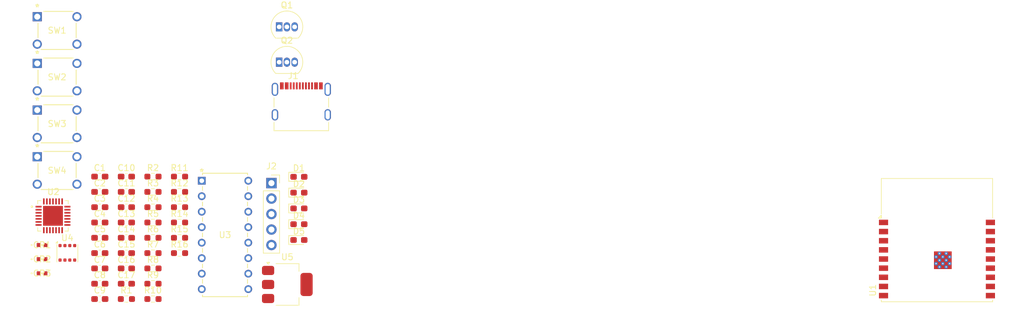
<source format=kicad_pcb>
(kicad_pcb (version 20241229) (generator "pcbnew") (generator_version "9.0")
  (layers (0 "F.Cu" signal) (2 "B.Cu" signal) (13 "F.Paste" user) (15 "B.Paste" user) (5 "F.SilkS" user "F.Silkscreen") (7 "B.SilkS" user "B.Silkscreen") (1 "F.Mask" user) (3 "B.Mask" user) (25 "Edge.Cuts" user))
  (net 0 "")
  (net 1 "GND")
  (net 2 "+3.3V")
  (net 3 "+5V")
  (net 4 "/EN")
  (net 5 "Net-(U2-VBUS)")
  (net 6 "/Tastknopf1")
  (net 7 "/Tastknopf2")
  (net 8 "/IO9")
  (net 9 "/USB_D+")
  (net 10 "/USB_D-")
  (net 11 "Net-(D1-K)")
  (net 12 "Net-(D1-A)")
  (net 13 "Net-(D2-A)")
  (net 14 "Net-(D2-K)")
  (net 15 "Net-(D3-K)")
  (net 16 "Net-(D3-A)")
  (net 17 "Net-(D4-K)")
  (net 18 "Net-(D5-K)")
  (net 21 "Net-(J1-CC1)")
  (net 22 "Net-(J1-CC2)")
  (net 23 "Net-(J2-Pin_4)")
  (net 24 "Net-(J2-Pin_5)")
  (net 25 "Net-(J2-Pin_3)")
  (net 26 "Net-(J2-Pin_2)")
  (net 27 "Net-(Q1-B)")
  (net 28 "/RTS")
  (net 29 "Net-(Q2-B)")
  (net 30 "/DTR")
  (net 31 "Net-(U2-~{RST})")
  (net 32 "Net-(U2-~{SUSPEND})")
  (net 33 "/SCK")
  (net 34 "/SDI")
  (net 35 "/motor3")
  (net 36 "/motor1")
  (net 37 "/RXD")
  (net 38 "/TXD")
  (net 40 "/motor4")
  (net 41 "/motor2")
  (footprint "Resistor_SMD:R_0603_1608Metric_Pad0.98x0.95mm_HandSolder" (layer "F.Cu") (at 47.88 41.15)
    (property "Reference" "R3" (at 0 -1.43 0) (layer "F.SilkS"))
    (property "Value" "22.1k")
    (fp_line (start -0.254724 -0.5225) (end 0.254724 -0.5225) (stroke (width 0.12)) (layer "F.SilkS"))
    (fp_line (start -0.254724 0.5225) (end 0.254724 0.5225) (stroke (width 0.12)) (layer "F.SilkS"))
    (pad "1" smd roundrect (at -0.9125 0) (size 0.975 0.95) (layers "F.Cu" "F.Mask" "F.Paste") (net 5 "Net-(U2-VBUS)"))
    (pad "2" smd roundrect (at 0.9125 0) (size 0.975 0.95) (layers "F.Cu" "F.Mask" "F.Paste") (net 3 "+5V"))
  )
  (footprint "Resistor_SMD:R_0603_1608Metric_Pad0.98x0.95mm_HandSolder" (layer "F.Cu") (at 52.23 38.64)
    (property "Reference" "R11" (at 0 -1.43 0) (layer "F.SilkS"))
    (property "Value" "10k")
    (fp_line (start -0.254724 -0.5225) (end 0.254724 -0.5225) (stroke (width 0.12)) (layer "F.SilkS"))
    (fp_line (start -0.254724 0.5225) (end 0.254724 0.5225) (stroke (width 0.12)) (layer "F.SilkS"))
    (pad "1" smd roundrect (at -0.9125 0) (size 0.975 0.95) (layers "F.Cu" "F.Mask" "F.Paste") (net 27 "Net-(Q1-B)"))
    (pad "2" smd roundrect (at 0.9125 0) (size 0.975 0.95) (layers "F.Cu" "F.Mask" "F.Paste") (net 30 "/DTR"))
  )
  (footprint "Resistor_SMD:R_0603_1608Metric_Pad0.98x0.95mm_HandSolder" (layer "F.Cu") (at 47.88 48.68)
    (property "Reference" "R6" (at 0 -1.43 0) (layer "F.SilkS"))
    (property "Value" "5.1k")
    (fp_line (start -0.254724 -0.5225) (end 0.254724 -0.5225) (stroke (width 0.12)) (layer "F.SilkS"))
    (fp_line (start -0.254724 0.5225) (end 0.254724 0.5225) (stroke (width 0.12)) (layer "F.SilkS"))
    (pad "1" smd roundrect (at -0.9125 0) (size 0.975 0.95) (layers "F.Cu" "F.Mask" "F.Paste") (net 1 "GND"))
    (pad "2" smd roundrect (at 0.9125 0) (size 0.975 0.95) (layers "F.Cu" "F.Mask" "F.Paste") (net 22 "Net-(J1-CC2)"))
  )
  (footprint "Resistor_SMD:R_0603_1608Metric_Pad0.98x0.95mm_HandSolder" (layer "F.Cu") (at 47.88 51.19)
    (property "Reference" "R7" (at 0 -1.43 0) (layer "F.SilkS"))
    (property "Value" "10k")
    (fp_line (start -0.254724 -0.5225) (end 0.254724 -0.5225) (stroke (width 0.12)) (layer "F.SilkS"))
    (fp_line (start -0.254724 0.5225) (end 0.254724 0.5225) (stroke (width 0.12)) (layer "F.SilkS"))
    (pad "1" smd roundrect (at -0.9125 0) (size 0.975 0.95) (layers "F.Cu" "F.Mask" "F.Paste") (net 1 "GND"))
    (pad "2" smd roundrect (at 0.9125 0) (size 0.975 0.95) (layers "F.Cu" "F.Mask" "F.Paste") (net 32 "Net-(U2-~{SUSPEND})"))
  )
  (footprint "Capacitor_SMD:C_0603_1608Metric_Pad1.08x0.95mm_HandSolder" (layer "F.Cu") (at 39.18 38.64)
    (property "Reference" "C1" (at 0 -1.43 0) (layer "F.SilkS"))
    (property "Value" "10uF")
    (fp_line (start -0.146267 -0.51) (end 0.146267 -0.51) (stroke (width 0.12)) (layer "F.SilkS"))
    (fp_line (start -0.146267 0.51) (end 0.146267 0.51) (stroke (width 0.12)) (layer "F.SilkS"))
    (pad "1" smd roundrect (at -0.8625 0) (size 1.075 0.95) (layers "F.Cu" "F.Mask" "F.Paste") (net 2 "+3.3V"))
    (pad "2" smd roundrect (at 0.8625 0) (size 1.075 0.95) (layers "F.Cu" "F.Mask" "F.Paste") (net 1 "GND"))
  )
  (footprint "Home_Sensor_foot_lib:SW4_1825910-B_TEC" (layer "F.Cu") (at 35.4345 32.2326)
    (property "Reference" "SW3" (at -3.25 -2.250001 0) (layer "F.SilkS"))
    (property "Value" "SW_Push")
    (fp_line (start -6.3742 -3.417961) (end -6.3742 -1.074702) (stroke (width 0.1524)) (layer "F.SilkS"))
    (fp_line (start -5.86236 0.874199) (end -0.63764 0.874199) (stroke (width 0.1524)) (layer "F.SilkS"))
    (fp_line (start -0.63764 -5.374201) (end -5.442292 -5.374201) (stroke (width 0.1524)) (layer "F.SilkS"))
    (fp_line (start -0.1258 -1.074702) (end -0.1258 -3.425299) (stroke (width 0.1524)) (layer "F.SilkS"))
    (fp_text user "*" (at -6.5 -6.011301 0) (layer "F.SilkS"))
    (fp_text user "*" (at -6.5 -6.011301 0) (layer "F.SilkS"))
    (pad "1" thru_hole rect (at -6.500001 -4.500001) (size 1.4986 1.4986) (drill 0.9906) (layers "*.Cu" "*.Mask") (net 1 "GND"))
    (pad "2" thru_hole circle (at 0 -4.500001) (size 1.4986 1.4986) (drill 0.9906) (layers "*.Cu" "*.Mask") (net 4 "/EN"))
    (pad "3" thru_hole circle (at -6.500001 0) (size 1.4986 1.4986) (drill 0.9906) (layers "*.Cu" "*.Mask"))
    (pad "4" thru_hole circle (at 0 0) (size 1.4986 1.4986) (drill 0.9906) (layers "*.Cu" "*.Mask"))
  )
  (footprint "Resistor_SMD:R_0603_1608Metric_Pad0.98x0.95mm_HandSolder" (layer "F.Cu") (at 52.23 51.19)
    (property "Reference" "R16" (at 0 -1.43 0) (layer "F.SilkS"))
    (property "Value" "1k")
    (fp_line (start -0.254724 -0.5225) (end 0.254724 -0.5225) (stroke (width 0.12)) (layer "F.SilkS"))
    (fp_line (start -0.254724 0.5225) (end 0.254724 0.5225) (stroke (width 0.12)) (layer "F.SilkS"))
    (pad "1" smd roundrect (at -0.9125 0) (size 0.975 0.95) (layers "F.Cu" "F.Mask" "F.Paste") (net 17 "Net-(D4-K)"))
    (pad "2" smd roundrect (at 0.9125 0) (size 0.975 0.95) (layers "F.Cu" "F.Mask" "F.Paste") (net 1 "GND"))
  )
  (footprint "LED_SMD:LED_0603_1608Metric_Pad1.05x0.95mm_HandSolder" (layer "F.Cu") (at 71.775 38.68)
    (property "Reference" "D1" (at 0 -1.43 0) (layer "F.SilkS"))
    (property "Value" "LED")
    (fp_line (start -1.66 -0.735) (end -1.66 0.735) (stroke (width 0.12)) (layer "F.SilkS"))
    (fp_line (start -1.66 0.735) (end 0.8 0.735) (stroke (width 0.12)) (layer "F.SilkS"))
    (fp_line (start 0.8 -0.735) (end -1.66 -0.735) (stroke (width 0.12)) (layer "F.SilkS"))
    (pad "1" smd roundrect (at -0.875 0) (size 1.05 0.95) (layers "F.Cu" "F.Mask" "F.Paste") (net 11 "Net-(D1-K)"))
    (pad "2" smd roundrect (at 0.875 0) (size 1.05 0.95) (layers "F.Cu" "F.Mask" "F.Paste") (net 12 "Net-(D1-A)"))
  )
  (footprint "Resistor_SMD:R_0603_1608Metric_Pad0.98x0.95mm_HandSolder" (layer "F.Cu") (at 52.23 43.66)
    (property "Reference" "R13" (at 0 -1.43 0) (layer "F.SilkS"))
    (property "Value" "10k")
    (fp_line (start -0.254724 -0.5225) (end 0.254724 -0.5225) (stroke (width 0.12)) (layer "F.SilkS"))
    (fp_line (start -0.254724 0.5225) (end 0.254724 0.5225) (stroke (width 0.12)) (layer "F.SilkS"))
    (pad "1" smd roundrect (at -0.9125 0) (size 0.975 0.95) (layers "F.Cu" "F.Mask" "F.Paste") (net 28 "/RTS"))
    (pad "2" smd roundrect (at 0.9125 0) (size 0.975 0.95) (layers "F.Cu" "F.Mask" "F.Paste") (net 29 "Net-(Q2-B)"))
  )
  (footprint "Connector_PinSocket_2.54mm:PinSocket_1x05_P2.54mm_Vertical" (layer "F.Cu") (at 67.28 39.71)
    (property "Reference" "J2" (at 0 -2.77 0) (layer "F.SilkS"))
    (property "Value" "Conn_01x05_Socket")
    (fp_line (start -1.33 1.27) (end -1.33 11.49) (stroke (width 0.12)) (layer "F.SilkS"))
    (fp_line (start -1.33 1.27) (end 1.33 1.27) (stroke (width 0.12)) (layer "F.SilkS"))
    (fp_line (start -1.33 11.49) (end 1.33 11.49) (stroke (width 0.12)) (layer "F.SilkS"))
    (fp_line (start 0 -1.33) (end 1.33 -1.33) (stroke (width 0.12)) (layer "F.SilkS"))
    (fp_line (start 1.33 -1.33) (end 1.33 0) (stroke (width 0.12)) (layer "F.SilkS"))
    (fp_line (start 1.33 1.27) (end 1.33 11.49) (stroke (width 0.12)) (layer "F.SilkS"))
    (pad "1" thru_hole rect (at 0 0) (size 1.7 1.7) (drill 1) (layers "*.Cu" "*.Mask") (net 3 "+5V"))
    (pad "2" thru_hole circle (at 0 2.54) (size 1.7 1.7) (drill 1) (layers "*.Cu" "*.Mask") (net 26 "Net-(J2-Pin_2)"))
    (pad "3" thru_hole circle (at 0 5.08) (size 1.7 1.7) (drill 1) (layers "*.Cu" "*.Mask") (net 25 "Net-(J2-Pin_3)"))
    (pad "4" thru_hole circle (at 0 7.62) (size 1.7 1.7) (drill 1) (layers "*.Cu" "*.Mask") (net 23 "Net-(J2-Pin_4)"))
    (pad "5" thru_hole circle (at 0 10.16) (size 1.7 1.7) (drill 1) (layers "*.Cu" "*.Mask") (net 24 "Net-(J2-Pin_5)"))
  )
  (footprint "LED_SMD:LED_0603_1608Metric_Pad1.05x0.95mm_HandSolder" (layer "F.Cu") (at 71.775 43.86)
    (property "Reference" "D3" (at 0 -1.43 0) (layer "F.SilkS"))
    (property "Value" "LED")
    (fp_line (start -1.66 -0.735) (end -1.66 0.735) (stroke (width 0.12)) (layer "F.SilkS"))
    (fp_line (start -1.66 0.735) (end 0.8 0.735) (stroke (width 0.12)) (layer "F.SilkS"))
    (fp_line (start 0.8 -0.735) (end -1.66 -0.735) (stroke (width 0.12)) (layer "F.SilkS"))
    (pad "1" smd roundrect (at -0.875 0) (size 1.05 0.95) (layers "F.Cu" "F.Mask" "F.Paste") (net 15 "Net-(D3-K)"))
    (pad "2" smd roundrect (at 0.875 0) (size 1.05 0.95) (layers "F.Cu" "F.Mask" "F.Paste") (net 16 "Net-(D3-A)"))
  )
  (footprint "Package_LGA:Bosch_LGA-8_3x3mm_P0.8mm_ClockwisePinNumbering" (layer "F.Cu") (at 33.865 51.145)
    (property "Reference" "U4" (at 0 -2.45 0) (layer "F.SilkS"))
    (property "Value" "BME680")
    (fp_line (start -1.71 -1.36) (end -1.71 1.5) (stroke (width 0.12)) (layer "F.SilkS"))
    (fp_line (start 1.71 -1.36) (end 1.71 1.5) (stroke (width 0.12)) (layer "F.SilkS"))
    (fp_poly (pts (xy -1.6 -1.6) (xy -1.88 -1.6) (xy -1.6 -1.88)) (stroke (width 0.12)) (fill yes) (layer "F.SilkS"))
    (pad "1" smd roundrect (at -1.2 -1.1875) (size 0.5 0.525) (layers "F.Cu" "F.Mask" "F.Paste") (net 1 "GND"))
    (pad "2" smd roundrect (at -0.4 -1.1875) (size 0.5 0.525) (layers "F.Cu" "F.Mask" "F.Paste") (net 2 "+3.3V"))
    (pad "3" smd roundrect (at 0.4 -1.1875) (size 0.5 0.525) (layers "F.Cu" "F.Mask" "F.Paste") (net 34 "/SDI"))
    (pad "4" smd roundrect (at 1.2 -1.1875) (size 0.5 0.525) (layers "F.Cu" "F.Mask" "F.Paste") (net 33 "/SCK"))
    (pad "5" smd roundrect (at 1.2 1.1875) (size 0.5 0.525) (layers "F.Cu" "F.Mask" "F.Paste") (net 1 "GND"))
    (pad "6" smd roundrect (at 0.4 1.1875) (size 0.5 0.525) (layers "F.Cu" "F.Mask" "F.Paste") (net 2 "+3.3V"))
    (pad "7" smd roundrect (at -0.4 1.1875) (size 0.5 0.525) (layers "F.Cu" "F.Mask" "F.Paste") (net 1 "GND"))
    (pad "8" smd roundrect (at -1.2 1.1875) (size 0.5 0.525) (layers "F.Cu" "F.Mask" "F.Paste") (net 2 "+3.3V"))
  )
  (footprint "Resistor_SMD:R_0603_1608Metric_Pad0.98x0.95mm_HandSolder" (layer "F.Cu") (at 47.88 53.7)
    (property "Reference" "R8" (at 0 -1.43 0) (layer "F.SilkS"))
    (property "Value" "330")
    (fp_line (start -0.254724 -0.5225) (end 0.254724 -0.5225) (stroke (width 0.12)) (layer "F.SilkS"))
    (fp_line (start -0.254724 0.5225) (end 0.254724 0.5225) (stroke (width 0.12)) (layer "F.SilkS"))
    (pad "1" smd roundrect (at -0.9125 0) (size 0.975 0.95) (layers "F.Cu" "F.Mask" "F.Paste") (net 11 "Net-(D1-K)"))
    (pad "2" smd roundrect (at 0.9125 0) (size 0.975 0.95) (layers "F.Cu" "F.Mask" "F.Paste") (net 1 "GND"))
  )
  (footprint "Resistor_SMD:R_0603_1608Metric_Pad0.98x0.95mm_HandSolder" (layer "F.Cu") (at 52.23 41.15)
    (property "Reference" "R12" (at 0 -1.43 0) (layer "F.SilkS"))
    (property "Value" "4.7k")
    (fp_line (start -0.254724 -0.5225) (end 0.254724 -0.5225) (stroke (width 0.12)) (layer "F.SilkS"))
    (fp_line (start -0.254724 0.5225) (end 0.254724 0.5225) (stroke (width 0.12)) (layer "F.SilkS"))
    (pad "1" smd roundrect (at -0.9125 0) (size 0.975 0.95) (layers "F.Cu" "F.Mask" "F.Paste") (net 33 "/SCK"))
    (pad "2" smd roundrect (at 0.9125 0) (size 0.975 0.95) (layers "F.Cu" "F.Mask" "F.Paste") (net 2 "+3.3V"))
  )
  (footprint "Capacitor_SMD:C_0603_1608Metric_Pad1.08x0.95mm_HandSolder" (layer "F.Cu") (at 39.18 43.66)
    (property "Reference" "C3" (at 0 -1.43 0) (layer "F.SilkS"))
    (property "Value" "10uF")
    (fp_line (start -0.146267 -0.51) (end 0.146267 -0.51) (stroke (width 0.12)) (layer "F.SilkS"))
    (fp_line (start -0.146267 0.51) (end 0.146267 0.51) (stroke (width 0.12)) (layer "F.SilkS"))
    (pad "1" smd roundrect (at -0.8625 0) (size 1.075 0.95) (layers "F.Cu" "F.Mask" "F.Paste") (net 2 "+3.3V"))
    (pad "2" smd roundrect (at 0.8625 0) (size 1.075 0.95) (layers "F.Cu" "F.Mask" "F.Paste") (net 1 "GND"))
  )
  (footprint "Capacitor_SMD:C_0603_1608Metric_Pad1.08x0.95mm_HandSolder" (layer "F.Cu") (at 43.53 38.64)
    (property "Reference" "C10" (at 0 -1.43 0) (layer "F.SilkS"))
    (property "Value" "100nF")
    (fp_line (start -0.146267 -0.51) (end 0.146267 -0.51) (stroke (width 0.12)) (layer "F.SilkS"))
    (fp_line (start -0.146267 0.51) (end 0.146267 0.51) (stroke (width 0.12)) (layer "F.SilkS"))
    (pad "1" smd roundrect (at -0.8625 0) (size 1.075 0.95) (layers "F.Cu" "F.Mask" "F.Paste") (net 2 "+3.3V"))
    (pad "2" smd roundrect (at 0.8625 0) (size 1.075 0.95) (layers "F.Cu" "F.Mask" "F.Paste") (net 1 "GND"))
  )
  (footprint "Resistor_SMD:R_0603_1608Metric_Pad0.98x0.95mm_HandSolder" (layer "F.Cu") (at 47.88 58.72)
    (property "Reference" "R10" (at 0 -1.43 0) (layer "F.SilkS"))
    (property "Value" "330")
    (fp_line (start -0.254724 -0.5225) (end 0.254724 -0.5225) (stroke (width 0.12)) (layer "F.SilkS"))
    (fp_line (start -0.254724 0.5225) (end 0.254724 0.5225) (stroke (width 0.12)) (layer "F.SilkS"))
    (pad "1" smd roundrect (at -0.9125 0) (size 0.975 0.95) (layers "F.Cu" "F.Mask" "F.Paste") (net 15 "Net-(D3-K)"))
    (pad "2" smd roundrect (at 0.9125 0) (size 0.975 0.95) (layers "F.Cu" "F.Mask" "F.Paste") (net 1 "GND"))
  )
  (footprint "Home_Sensor_foot_lib:SW4_1825910-B_TEC" (layer "F.Cu") (at 35.4345 24.5778)
    (property "Reference" "SW2" (at -3.25 -2.250001 0) (layer "F.SilkS"))
    (property "Value" "SW_Push")
    (fp_line (start -6.3742 -3.417961) (end -6.3742 -1.074702) (stroke (width 0.1524)) (layer "F.SilkS"))
    (fp_line (start -5.86236 0.874199) (end -0.63764 0.874199) (stroke (width 0.1524)) (layer "F.SilkS"))
    (fp_line (start -0.63764 -5.374201) (end -5.442292 -5.374201) (stroke (width 0.1524)) (layer "F.SilkS"))
    (fp_line (start -0.1258 -1.074702) (end -0.1258 -3.425299) (stroke (width 0.1524)) (layer "F.SilkS"))
    (fp_text user "*" (at -6.5 -6.011301 0) (layer "F.SilkS"))
    (fp_text user "*" (at -6.5 -6.011301 0) (layer "F.SilkS"))
    (pad "1" thru_hole rect (at -6.500001 -4.500001) (size 1.4986 1.4986) (drill 0.9906) (layers "*.Cu" "*.Mask") (net 1 "GND"))
    (pad "2" thru_hole circle (at 0 -4.500001) (size 1.4986 1.4986) (drill 0.9906) (layers "*.Cu" "*.Mask") (net 7 "/Tastknopf2"))
    (pad "3" thru_hole circle (at -6.500001 0) (size 1.4986 1.4986) (drill 0.9906) (layers "*.Cu" "*.Mask"))
    (pad "4" thru_hole circle (at 0 0) (size 1.4986 1.4986) (drill 0.9906) (layers "*.Cu" "*.Mask"))
  )
  (footprint "Resistor_SMD:R_0603_1608Metric_Pad0.98x0.95mm_HandSolder" (layer "F.Cu") (at 47.88 43.66)
    (property "Reference" "R4" (at 0 -1.43 0) (layer "F.SilkS"))
    (property "Value" "47.5k")
    (fp_line (start -0.254724 -0.5225) (end 0.254724 -0.5225) (stroke (width 0.12)) (layer "F.SilkS"))
    (fp_line (start -0.254724 0.5225) (end 0.254724 0.5225) (stroke (width 0.12)) (layer "F.SilkS"))
    (pad "1" smd roundrect (at -0.9125 0) (size 0.975 0.95) (layers "F.Cu" "F.Mask" "F.Paste") (net 1 "GND"))
    (pad "2" smd roundrect (at 0.9125 0) (size 0.975 0.95) (layers "F.Cu" "F.Mask" "F.Paste") (net 5 "Net-(U2-VBUS)"))
  )
  (footprint "Package_TO_SOT_SMD:SOT-223-3_TabPin2" (layer "F.Cu") (at 69.88 56.335)
    (property "Reference" "U5" (at 0 -4.5 0) (layer "F.SilkS"))
    (property "Value" "AMS1117-3.3")
    (fp_line (start -1.85 -3.41) (end 1.91 -3.41) (stroke (width 0.12)) (layer "F.SilkS"))
    (fp_line (start -1.85 3.41) (end 1.91 3.41) (stroke (width 0.12)) (layer "F.SilkS"))
    (fp_line (start 1.91 -3.41) (end 1.91 -2.15) (stroke (width 0.12)) (layer "F.SilkS"))
    (fp_line (start 1.91 3.41) (end 1.91 2.15) (stroke (width 0.12)) (layer "F.SilkS"))
    (fp_poly (pts (xy -3.13 -3.31) (xy -3.37 -3.64) (xy -2.89 -3.64) (xy -3.13 -3.31)) (stroke (width 0.12)) (fill yes) (layer "F.SilkS"))
    (pad "1" smd roundrect (at -3.15 -2.3) (size 2 1.5) (layers "F.Cu" "F.Mask" "F.Paste") (net 1 "GND"))
    (pad "2" smd roundrect (at -3.15 0) (size 2 1.5) (layers "F.Cu" "F.Mask" "F.Paste") (net 2 "+3.3V"))
    (pad "2" smd roundrect (at 3.15 0) (size 2 3.8) (layers "F.Cu" "F.Mask" "F.Paste") (net 2 "+3.3V"))
    (pad "3" smd roundrect (at -3.15 2.3) (size 2 1.5) (layers "F.Cu" "F.Mask" "F.Paste") (net 3 "+5V"))
  )
  (footprint "LED_SMD:LED_0603_1608Metric_Pad1.05x0.95mm_HandSolder" (layer "F.Cu") (at 71.775 46.45)
    (property "Reference" "D4" (at 0 -1.43 0) (layer "F.SilkS"))
    (property "Value" "LED")
    (fp_line (start -1.66 -0.735) (end -1.66 0.735) (stroke (width 0.12)) (layer "F.SilkS"))
    (fp_line (start -1.66 0.735) (end 0.8 0.735) (stroke (width 0.12)) (layer "F.SilkS"))
    (fp_line (start 0.8 -0.735) (end -1.66 -0.735) (stroke (width 0.12)) (layer "F.SilkS"))
    (pad "1" smd roundrect (at -0.875 0) (size 1.05 0.95) (layers "F.Cu" "F.Mask" "F.Paste") (net 17 "Net-(D4-K)"))
    (pad "2" smd roundrect (at 0.875 0) (size 1.05 0.95) (layers "F.Cu" "F.Mask" "F.Paste") (net 3 "+5V"))
  )
  (footprint "LED_SMD:LED_0603_1608Metric_Pad1.05x0.95mm_HandSolder" (layer "F.Cu") (at 71.775 49.04)
    (property "Reference" "D5" (at 0 -1.43 0) (layer "F.SilkS"))
    (property "Value" "LED")
    (fp_line (start -1.66 -0.735) (end -1.66 0.735) (stroke (width 0.12)) (layer "F.SilkS"))
    (fp_line (start -1.66 0.735) (end 0.8 0.735) (stroke (width 0.12)) (layer "F.SilkS"))
    (fp_line (start 0.8 -0.735) (end -1.66 -0.735) (stroke (width 0.12)) (layer "F.SilkS"))
    (pad "1" smd roundrect (at -0.875 0) (size 1.05 0.95) (layers "F.Cu" "F.Mask" "F.Paste") (net 18 "Net-(D5-K)"))
    (pad "2" smd roundrect (at 0.875 0) (size 1.05 0.95) (layers "F.Cu" "F.Mask" "F.Paste") (net 2 "+3.3V"))
  )
  (footprint "Resistor_SMD:R_0603_1608Metric_Pad0.98x0.95mm_HandSolder" (layer "F.Cu") (at 47.88 38.64)
    (property "Reference" "R2" (at 0 -1.43 0) (layer "F.SilkS"))
    (property "Value" "5.1k")
    (fp_line (start -0.254724 -0.5225) (end 0.254724 -0.5225) (stroke (width 0.12)) (layer "F.SilkS"))
    (fp_line (start -0.254724 0.5225) (end 0.254724 0.5225) (stroke (width 0.12)) (layer "F.SilkS"))
    (pad "1" smd roundrect (at -0.9125 0) (size 0.975 0.95) (layers "F.Cu" "F.Mask" "F.Paste") (net 4 "/EN"))
    (pad "2" smd roundrect (at 0.9125 0) (size 0.975 0.95) (layers "F.Cu" "F.Mask" "F.Paste") (net 2 "+3.3V"))
  )
  (footprint "RF_Module:ESP32-C3-WROOM-02" (layer "F.Cu") (at 176.25 52.16)
    (property "Reference" "U1" (at -10.5 5.13 90) (layer "F.SilkS"))
    (property "Value" "ESP32-C3-WROOM-02")
    (fp_line (start -9.11 -13.21) (end -9.11 -7.4) (stroke (width 0.12)) (layer "F.SilkS"))
    (fp_line (start -9.11 -13.21) (end 9.11 -13.21) (stroke (width 0.12)) (layer "F.SilkS"))
    (fp_line (start -9.11 6.71) (end -9.11 7.01) (stroke (width 0.12)) (layer "F.SilkS"))
    (fp_line (start -9.11 7.01) (end 9.11 7.01) (stroke (width 0.12)) (layer "F.SilkS"))
    (fp_line (start 9.11 -13.21) (end 9.11 -6.71) (stroke (width 0.12)) (layer "F.SilkS"))
    (fp_line (start 9.11 6.71) (end 9.11 7.01) (stroke (width 0.12)) (layer "F.SilkS"))
    (fp_poly (pts (xy -9.1 -6.7) (xy -9.6 -6.7) (xy -9.1 -7.2) (xy -9.1 -6.7)) (stroke (width 0.12)) (fill yes) (layer "F.SilkS"))
    (pad "1" smd rect (at -8.75 -6) (size 1.5 0.9) (layers "F.Cu" "F.Mask" "F.Paste") (net 2 "+3.3V"))
    (pad "2" smd rect (at -8.75 -4.5) (size 1.5 0.9) (layers "F.Cu" "F.Mask" "F.Paste") (net 4 "/EN"))
    (pad "3" smd rect (at -8.75 -3) (size 1.5 0.9) (layers "F.Cu" "F.Mask" "F.Paste") (net 33 "/SCK"))
    (pad "4" smd rect (at -8.75 -1.5) (size 1.5 0.9) (layers "F.Cu" "F.Mask" "F.Paste") (net 34 "/SDI"))
    (pad "5" smd rect (at -8.75 0) (size 1.5 0.9) (layers "F.Cu" "F.Mask" "F.Paste") (net 12 "Net-(D1-A)"))
    (pad "6" smd rect (at -8.75 1.5) (size 1.5 0.9) (layers "F.Cu" "F.Mask" "F.Paste") (net 13 "Net-(D2-A)"))
    (pad "7" smd rect (at -8.75 3) (size 1.5 0.9) (layers "F.Cu" "F.Mask" "F.Paste") (net 16 "Net-(D3-A)"))
    (pad "8" smd rect (at -8.75 4.5) (size 1.5 0.9) (layers "F.Cu" "F.Mask" "F.Paste") (net 8 "/IO9"))
    (pad "9" smd rect (at -8.75 6) (size 1.5 0.9) (layers "F.Cu" "F.Mask" "F.Paste") (net 1 "GND"))
    (pad "10" smd rect (at 8.75 6) (size 1.5 0.9) (layers "F.Cu" "F.Mask" "F.Paste"))
    (pad "11" smd rect (at 8.75 4.5) (size 1.5 0.9) (layers "F.Cu" "F.Mask" "F.Paste") (net 38 "/TXD"))
    (pad "12" smd rect (at 8.75 3) (size 1.5 0.9) (layers "F.Cu" "F.Mask" "F.Paste") (net 37 "/RXD"))
    (pad "13" smd rect (at 8.75 1.5) (size 1.5 0.9) (layers "F.Cu" "F.Mask" "F.Paste") (net 6 "/Tastknopf1"))
    (pad "14" smd rect (at 8.75 0) (size 1.5 0.9) (layers "F.Cu" "F.Mask" "F.Paste") (net 7 "/Tastknopf2"))
    (pad "15" smd rect (at 8.75 -1.5) (size 1.5 0.9) (layers "F.Cu" "F.Mask" "F.Paste") (net 40 "/motor4"))
    (pad "16" smd rect (at 8.75 -3) (size 1.5 0.9) (layers "F.Cu" "F.Mask" "F.Paste") (net 35 "/motor3"))
    (pad "17" smd rect (at 8.75 -4.5) (size 1.5 0.9) (layers "F.Cu" "F.Mask" "F.Paste") (net 41 "/motor2"))
    (pad "18" smd rect (at 8.75 -6) (size 1.5 0.9) (layers "F.Cu" "F.Mask" "F.Paste") (net 36 "/motor1"))
    (pad "19" thru_hole circle (at -0.14 -0.35) (size 0.6 0.6) (drill 0.2) (property pad_prop_heatsink) (layers "*.Cu" "F.Mask") (net 1 "GND"))
    (pad "19" thru_hole circle (at -0.14 0.75) (size 0.6 0.6) (drill 0.2) (property pad_prop_heatsink) (layers "*.Cu" "F.Mask") (net 1 "GND"))
    (pad "19" thru_hole circle (at 0.41 -0.9) (size 0.6 0.6) (drill 0.2) (property pad_prop_heatsink) (layers "*.Cu" "F.Mask") (net 1 "GND"))
    (pad "19" thru_hole circle (at 0.41 0.2) (size 0.6 0.6) (drill 0.2) (property pad_prop_heatsink) (layers "*.Cu" "F.Mask") (net 1 "GND"))
    (pad "19" thru_hole circle (at 0.41 1.3) (size 0.6 0.6) (drill 0.2) (property pad_prop_heatsink) (layers "*.Cu" "F.Mask") (net 1 "GND"))
    (pad "19" thru_hole circle (at 0.96 -0.35) (size 0.6 0.6) (drill 0.2) (property pad_prop_heatsink) (layers "*.Cu" "F.Mask") (net 1 "GND"))
    (pad "19" smd rect (at 0.96 0.2) (size 2.9 2.9) (property pad_prop_heatsink) (layers "F.Cu" "F.Mask") (net 1 "GND"))
    (pad "19" thru_hole circle (at 0.96 0.75) (size 0.6 0.6) (drill 0.2) (property pad_prop_heatsink) (layers "*.Cu" "F.Mask") (net 1 "GND"))
    (pad "19" thru_hole circle (at 1.51 -0.9) (size 0.6 0.6) (drill 0.2) (property pad_prop_heatsink) (layers "*.Cu" "F.Mask") (net 1 "GND"))
    (pad "19" thru_hole circle (at 1.51 0.2) (size 0.6 0.6) (drill 0.2) (property pad_prop_heatsink) (layers "*.Cu" "F.Mask") (net 1 "GND"))
    (pad "19" thru_hole circle (at 1.51 1.3) (size 0.6 0.6) (drill 0.2) (property pad_prop_heatsink) (layers "*.Cu" "F.Mask") (net 1 "GND"))
    (pad "19" thru_hole circle (at 2.06 -0.35) (size 0.6 0.6) (drill 0.2) (property pad_prop_heatsink) (layers "*.Cu" "F.Mask") (net 1 "GND"))
    (pad "19" thru_hole circle (at 2.06 0.75) (size 0.6 0.6) (drill 0.2) (property pad_prop_heatsink) (layers "*.Cu" "F.Mask") (net 1 "GND"))
  )
  (footprint "Home_Sensor_foot_lib:AMPHENOL_10155435-00011LF" (layer "F.Cu") (at 72.175 28.51)
    (property "Reference" "J1" (at -1.325 -6.385 0) (layer "F.SilkS"))
    (property "Value" "USB_C_Receptacle_USB2.0_16P")
    (fp_line (start -4.47 -2.785) (end -4.47 -1.245) (stroke (width 0.127)) (layer "F.SilkS"))
    (fp_line (start -4.47 2.6) (end -4.47 1.245) (stroke (width 0.127)) (layer "F.SilkS"))
    (fp_line (start 4.47 -2.785) (end 4.47 -1.245) (stroke (width 0.127)) (layer "F.SilkS"))
    (fp_line (start 4.47 2.6) (end -4.47 2.6) (stroke (width 0.127)) (layer "F.SilkS"))
    (fp_line (start 4.47 2.6) (end 4.47 1.245) (stroke (width 0.127)) (layer "F.SilkS"))
    (pad "" np_thru_hole circle (at -2.89 -3.68) (size 0.65 0.65) (drill 0.65) (layers "*.Cu" "*.Mask"))
    (pad "" np_thru_hole circle (at 2.89 -3.68) (size 0.65 0.65) (drill 0.65) (layers "*.Cu" "*.Mask"))
    (pad "A1_B12" smd rect (at -3.2 -4.745) (size 0.6 1.15) (layers "F.Cu" "F.Mask" "F.Paste"))
    (pad "A4_B9" smd rect (at -2.4 -4.745) (size 0.6 1.15) (layers "F.Cu" "F.Mask" "F.Paste"))
    (pad "A5" smd rect (at -1.25 -4.745) (size 0.3 1.15) (layers "F.Cu" "F.Mask" "F.Paste") (net 21 "Net-(J1-CC1)"))
    (pad "A6" smd rect (at -0.25 -4.745) (size 0.3 1.15) (layers "F.Cu" "F.Mask" "F.Paste") (net 9 "/USB_D+"))
    (pad "A7" smd rect (at 0.25 -4.745) (size 0.3 1.15) (layers "F.Cu" "F.Mask" "F.Paste") (net 10 "/USB_D-"))
    (pad "A8" smd rect (at 1.25 -4.745) (size 0.3 1.15) (layers "F.Cu" "F.Mask" "F.Paste"))
    (pad "B1_A12" smd rect (at 3.2 -4.745) (size 0.6 1.15) (layers "F.Cu" "F.Mask" "F.Paste"))
    (pad "B4_A9" smd rect (at 2.4 -4.745) (size 0.6 1.15) (layers "F.Cu" "F.Mask" "F.Paste"))
    (pad "B5" smd rect (at 1.75 -4.745) (size 0.3 1.15) (layers "F.Cu" "F.Mask" "F.Paste") (net 22 "Net-(J1-CC2)"))
    (pad "B6" smd rect (at 0.75 -4.745) (size 0.3 1.15) (layers "F.Cu" "F.Mask" "F.Paste") (net 9 "/USB_D+"))
    (pad "B7" smd rect (at -0.75 -4.745) (size 0.3 1.15) (layers "F.Cu" "F.Mask" "F.Paste") (net 10 "/USB_D-"))
    (pad "B8" smd rect (at -1.75 -4.745) (size 0.3 1.15) (layers "F.Cu" "F.Mask" "F.Paste"))
    (pad "SH1" thru_hole oval (at -4.32 -4.18) (size 1.05 2.15) (drill oval 0.65 1.75) (layers "*.Cu" "*.Mask"))
    (pad "SH2" thru_hole oval (at 4.32 -4.18) (size 1.05 2.15) (drill oval 0.65 1.75) (layers "*.Cu" "*.Mask"))
    (pad "SH3" thru_hole oval (at -4.32 0) (size 1.05 1.85) (drill oval 0.65 1.45) (layers "*.Cu" "*.Mask"))
    (pad "SH4" thru_hole oval (at 4.32 0) (size 1.05 1.85) (drill oval 0.65 1.45) (layers "*.Cu" "*.Mask"))
  )
  (footprint "Home_Sensor_foot_lib:QFN50P500X500X80-29N" (layer "F.Cu") (at 31.51 45.075)
    (property "Reference" "U2" (at 0.07 -3.94 0) (layer "F.SilkS"))
    (property "Value" "CP2102N-Axx-xQFN28")
    (fp_line (start -2.5 -2.5) (end -1.955 -2.5) (stroke (width 0.127)) (layer "F.SilkS"))
    (fp_line (start -2.5 -1.955) (end -2.5 -2.5) (stroke (width 0.127)) (layer "F.SilkS"))
    (fp_line (start -2.5 2.5) (end -2.5 1.955) (stroke (width 0.127)) (layer "F.SilkS"))
    (fp_line (start -1.955 2.5) (end -2.5 2.5) (stroke (width 0.127)) (layer "F.SilkS"))
    (fp_line (start 1.955 -2.5) (end 2.5 -2.5) (stroke (width 0.127)) (layer "F.SilkS"))
    (fp_line (start 2.5 -2.5) (end 2.5 -1.955) (stroke (width 0.127)) (layer "F.SilkS"))
    (fp_line (start 2.5 2.5) (end 1.955 2.5) (stroke (width 0.127)) (layer "F.SilkS"))
    (fp_line (start 2.5 2.5) (end 2.5 1.955) (stroke (width 0.127)) (layer "F.SilkS"))
    (fp_circle (center -3.455 -1.5) (end -3.355 -1.5) (stroke (width 0.2)) (fill no) (layer "F.SilkS"))
    (pad "1" smd rect (at -2.36 -1.5) (size 0.99 0.27) (layers "F.Cu" "F.Mask" "F.Paste"))
    (pad "2" smd rect (at -2.36 -1) (size 0.99 0.27) (layers "F.Cu" "F.Mask" "F.Paste"))
    (pad "3" smd rect (at -2.36 -0.5) (size 0.99 0.27) (layers "F.Cu" "F.Mask" "F.Paste") (net 1 "GND"))
    (pad "4" smd rect (at -2.36 0) (size 0.99 0.27) (layers "F.Cu" "F.Mask" "F.Paste") (net 9 "/USB_D+"))
    (pad "5" smd rect (at -2.36 0.5) (size 0.99 0.27) (layers "F.Cu" "F.Mask" "F.Paste") (net 10 "/USB_D-"))
    (pad "6" smd rect (at -2.36 1) (size 0.99 0.27) (layers "F.Cu" "F.Mask" "F.Paste") (net 2 "+3.3V"))
    (pad "7" smd rect (at -2.36 1.5) (size 0.99 0.27) (layers "F.Cu" "F.Mask" "F.Paste") (net 2 "+3.3V"))
    (pad "8" smd rect (at -1.5 2.36) (size 0.27 0.99) (layers "F.Cu" "F.Mask" "F.Paste") (net 5 "Net-(U2-VBUS)"))
    (pad "9" smd rect (at -1 2.36) (size 0.27 0.99) (layers "F.Cu" "F.Mask" "F.Paste") (net 31 "Net-(U2-~{RST})"))
    (pad "10" smd rect (at -0.5 2.36) (size 0.27 0.99) (layers "F.Cu" "F.Mask" "F.Paste"))
    (pad "11" smd rect (at 0 2.36) (size 0.27 0.99) (layers "F.Cu" "F.Mask" "F.Paste") (net 32 "Net-(U2-~{SUSPEND})"))
    (pad "12" smd rect (at 0.5 2.36) (size 0.27 0.99) (layers "F.Cu" "F.Mask" "F.Paste"))
    (pad "13" smd rect (at 1 2.36) (size 0.27 0.99) (layers "F.Cu" "F.Mask" "F.Paste"))
    (pad "14" smd rect (at 1.5 2.36) (size 0.27 0.99) (layers "F.Cu" "F.Mask" "F.Paste"))
    (pad "15" smd rect (at 2.36 1.5) (size 0.99 0.27) (layers "F.Cu" "F.Mask" "F.Paste"))
    (pad "16" smd rect (at 2.36 1) (size 0.99 0.27) (layers "F.Cu" "F.Mask" "F.Paste"))
    (pad "17" smd rect (at 2.36 0.5) (size 0.99 0.27) (layers "F.Cu" "F.Mask" "F.Paste"))
    (pad "18" smd rect (at 2.36 0) (size 0.99 0.27) (layers "F.Cu" "F.Mask" "F.Paste"))
    (pad "19" smd rect (at 2.36 -0.5) (size 0.99 0.27) (layers "F.Cu" "F.Mask" "F.Paste"))
    (pad "20" smd rect (at 2.36 -1) (size 0.99 0.27) (layers "F.Cu" "F.Mask" "F.Paste"))
    (pad "21" smd rect (at 2.36 -1.5) (size 0.99 0.27) (layers "F.Cu" "F.Mask" "F.Paste"))
    (pad "22" smd rect (at 1.5 -2.36) (size 0.27 0.99) (layers "F.Cu" "F.Mask" "F.Paste"))
    (pad "23" smd rect (at 1 -2.36) (size 0.27 0.99) (layers "F.Cu" "F.Mask" "F.Paste"))
    (pad "24" smd rect (at 0.5 -2.36) (size 0.27 0.99) (layers "F.Cu" "F.Mask" "F.Paste") (net 28 "/RTS"))
    (pad "25" smd rect (at 0 -2.36) (size 0.27 0.99) (layers "F.Cu" "F.Mask" "F.Paste") (net 37 "/RXD"))
    (pad "26" smd rect (at -0.5 -2.36) (size 0.27 0.99) (layers "F.Cu" "F.Mask" "F.Paste") (net 38 "/TXD"))
    (pad "27" smd rect (at -1 -2.36) (size 0.27 0.99) (layers "F.Cu" "F.Mask" "F.Paste"))
    (pad "28" smd rect (at -1.5 -2.36) (size 0.27 0.99) (layers "F.Cu" "F.Mask" "F.Paste") (net 30 "/DTR"))
    (pad "29" smd rect (at 0 0) (size 3.25 3.25) (layers "F.Cu" "F.Mask") (net 1 "GND"))
  )
  (footprint "Package_TO_SOT_THT:TO-92_Inline" (layer "F.Cu") (at 68.54 14.09)
    (property "Reference" "Q1" (at 1.27 -3.56 0) (layer "F.SilkS"))
    (property "Value" "2N3904")
    (fp_line (start -0.53 1.85) (end 3.07 1.85) (stroke (width 0.12)) (layer "F.SilkS"))
    (fp_arc (start -0.568478 1.838478) (mid -1.132087 -0.994977) (end 1.27 -2.6) (stroke (width 0.12)) (layer "F.SilkS"))
    (fp_arc (start 1.27 -2.6) (mid 3.672087 -0.994977) (end 3.108478 1.838478) (stroke (width 0.12)) (layer "F.SilkS"))
    (pad "1" thru_hole rect (at 0 0) (size 1.05 1.5) (drill 0.75) (layers "*.Cu" "*.Mask") (net 28 "/RTS"))
    (pad "2" thru_hole oval (at 1.27 0) (size 1.05 1.5) (drill 0.75) (layers "*.Cu" "*.Mask") (net 27 "Net-(Q1-B)"))
    (pad "3" thru_hole oval (at 2.54 0) (size 1.05 1.5) (drill 0.75) (layers "*.Cu" "*.Mask") (net 4 "/EN"))
  )
  (footprint "Capacitor_SMD:C_0603_1608Metric_Pad1.08x0.95mm_HandSolder" (layer "F.Cu") (at 43.53 53.7)
    (property "Reference" "C16" (at 0 -1.43 0) (layer "F.SilkS"))
    (property "Value" "22uF")
    (fp_line (start -0.146267 -0.51) (end 0.146267 -0.51) (stroke (width 0.12)) (layer "F.SilkS"))
    (fp_line (start -0.146267 0.51) (end 0.146267 0.51) (stroke (width 0.12)) (layer "F.SilkS"))
    (pad "1" smd roundrect (at -0.8625 0) (size 1.075 0.95) (layers "F.Cu" "F.Mask" "F.Paste") (net 3 "+5V"))
    (pad "2" smd roundrect (at 0.8625 0) (size 1.075 0.95) (layers "F.Cu" "F.Mask" "F.Paste") (net 1 "GND"))
  )
  (footprint "Capacitor_SMD:C_0603_1608Metric_Pad1.08x0.95mm_HandSolder" (layer "F.Cu") (at 39.18 56.21)
    (property "Reference" "C8" (at 0 -1.43 0) (layer "F.SilkS"))
    (property "Value" "100nF")
    (fp_line (start -0.146267 -0.51) (end 0.146267 -0.51) (stroke (width 0.12)) (layer "F.SilkS"))
    (fp_line (start -0.146267 0.51) (end 0.146267 0.51) (stroke (width 0.12)) (layer "F.SilkS"))
    (pad "1" smd roundrect (at -0.8625 0) (size 1.075 0.95) (layers "F.Cu" "F.Mask" "F.Paste") (net 3 "+5V"))
    (pad "2" smd roundrect (at 0.8625 0) (size 1.075 0.95) (layers "F.Cu" "F.Mask" "F.Paste") (net 1 "GND"))
  )
  (footprint "Capacitor_SMD:C_0603_1608Metric_Pad1.08x0.95mm_HandSolder" (layer "F.Cu") (at 43.53 48.68)
    (property "Reference" "C14" (at 0 -1.43 0) (layer "F.SilkS"))
    (property "Value" "0.1uF")
    (fp_line (start -0.146267 -0.51) (end 0.146267 -0.51) (stroke (width 0.12)) (layer "F.SilkS"))
    (fp_line (start -0.146267 0.51) (end 0.146267 0.51) (stroke (width 0.12)) (layer "F.SilkS"))
    (pad "1" smd roundrect (at -0.8625 0) (size 1.075 0.95) (layers "F.Cu" "F.Mask" "F.Paste") (net 1 "GND"))
    (pad "2" smd roundrect (at 0.8625 0) (size 1.075 0.95) (layers "F.Cu" "F.Mask" "F.Paste") (net 4 "/EN"))
  )
  (footprint "Capacitor_SMD:C_0603_1608Metric_Pad1.08x0.95mm_HandSolder" (layer "F.Cu") (at 43.53 43.66)
    (property "Reference" "C12" (at 0 -1.43 0) (layer "F.SilkS"))
    (property "Value" "0.1uF")
    (fp_line (start -0.146267 -0.51) (end 0.146267 -0.51) (stroke (width 0.12)) (layer "F.SilkS"))
    (fp_line (start -0.146267 0.51) (end 0.146267 0.51) (stroke (width 0.12)) (layer "F.SilkS"))
    (pad "1" smd roundrect (at -0.8625 0) (size 1.075 0.95) (layers "F.Cu" "F.Mask" "F.Paste") (net 1 "GND"))
    (pad "2" smd roundrect (at 0.8625 0) (size 1.075 0.95) (layers "F.Cu" "F.Mask" "F.Paste") (net 6 "/Tastknopf1"))
  )
  (footprint "Resistor_SMD:R_0603_1608Metric_Pad0.98x0.95mm_HandSolder" (layer "F.Cu") (at 47.88 56.21)
    (property "Reference" "R9" (at 0 -1.43 0) (layer "F.SilkS"))
    (property "Value" "330")
    (fp_line (start -0.254724 -0.5225) (end 0.254724 -0.5225) (stroke (width 0.12)) (layer "F.SilkS"))
    (fp_line (start -0.254724 0.5225) (end 0.254724 0.5225) (stroke (width 0.12)) (layer "F.SilkS"))
    (pad "1" smd roundrect (at -0.9125 0) (size 0.975 0.95) (layers "F.Cu" "F.Mask" "F.Paste") (net 14 "Net-(D2-K)"))
    (pad "2" smd roundrect (at 0.9125 0) (size 0.975 0.95) (layers "F.Cu" "F.Mask" "F.Paste") (net 1 "GND"))
  )
  (footprint "Capacitor_SMD:C_0603_1608Metric_Pad1.08x0.95mm_HandSolder" (layer "F.Cu") (at 39.18 41.15)
    (property "Reference" "C2" (at 0 -1.43 0) (layer "F.SilkS"))
    (property "Value" "22uF")
    (fp_line (start -0.146267 -0.51) (end 0.146267 -0.51) (stroke (width 0.12)) (layer "F.SilkS"))
    (fp_line (start -0.146267 0.51) (end 0.146267 0.51) (stroke (width 0.12)) (layer "F.SilkS"))
    (pad "1" smd roundrect (at -0.8625 0) (size 1.075 0.95) (layers "F.Cu" "F.Mask" "F.Paste") (net 3 "+5V"))
    (pad "2" smd roundrect (at 0.8625 0) (size 1.075 0.95) (layers "F.Cu" "F.Mask" "F.Paste") (net 1 "GND"))
  )
  (footprint "Resistor_SMD:R_0603_1608Metric_Pad0.98x0.95mm_HandSolder" (layer "F.Cu") (at 52.23 46.17)
    (property "Reference" "R14" (at 0 -1.43 0) (layer "F.SilkS"))
    (property "Value" "4.7k")
    (fp_line (start -0.254724 -0.5225) (end 0.254724 -0.5225) (stroke (width 0.12)) (layer "F.SilkS"))
    (fp_line (start -0.254724 0.5225) (end 0.254724 0.5225) (stroke (width 0.12)) (layer "F.SilkS"))
    (pad "1" smd roundrect (at -0.9125 0) (size 0.975 0.95) (layers "F.Cu" "F.Mask" "F.Paste") (net 34 "/SDI"))
    (pad "2" smd roundrect (at 0.9125 0) (size 0.975 0.95) (layers "F.Cu" "F.Mask" "F.Paste") (net 2 "+3.3V"))
  )
  (footprint "Capacitor_SMD:C_0603_1608Metric_Pad1.08x0.95mm_HandSolder" (layer "F.Cu") (at 39.18 53.7)
    (property "Reference" "C7" (at 0 -1.43 0) (layer "F.SilkS"))
    (property "Value" "1uF")
    (fp_line (start -0.146267 -0.51) (end 0.146267 -0.51) (stroke (width 0.12)) (layer "F.SilkS"))
    (fp_line (start -0.146267 0.51) (end 0.146267 0.51) (stroke (width 0.12)) (layer "F.SilkS"))
    (pad "1" smd roundrect (at -0.8625 0) (size 1.075 0.95) (layers "F.Cu" "F.Mask" "F.Paste") (net 3 "+5V"))
    (pad "2" smd roundrect (at 0.8625 0) (size 1.075 0.95) (layers "F.Cu" "F.Mask" "F.Paste") (net 1 "GND"))
  )
  (footprint "Resistor_SMD:R_0603_1608Metric_Pad0.98x0.95mm_HandSolder" (layer "F.Cu") (at 47.88 46.17)
    (property "Reference" "R5" (at 0 -1.43 0) (layer "F.SilkS"))
    (property "Value" "5.1k")
    (fp_line (start -0.254724 -0.5225) (end 0.254724 -0.5225) (stroke (width 0.12)) (layer "F.SilkS"))
    (fp_line (start -0.254724 0.5225) (end 0.254724 0.5225) (stroke (width 0.12)) (layer "F.SilkS"))
    (pad "1" smd roundrect (at -0.9125 0) (size 0.975 0.95) (layers "F.Cu" "F.Mask" "F.Paste") (net 21 "Net-(J1-CC1)"))
    (pad "2" smd roundrect (at 0.9125 0) (size 0.975 0.95) (layers "F.Cu" "F.Mask" "F.Paste") (net 1 "GND"))
  )
  (footprint "Capacitor_SMD:C_0603_1608Metric_Pad1.08x0.95mm_HandSolder" (layer "F.Cu") (at 43.53 46.17)
    (property "Reference" "C13" (at 0 -1.43 0) (layer "F.SilkS"))
    (property "Value" "0.1uF")
    (fp_line (start -0.146267 -0.51) (end 0.146267 -0.51) (stroke (width 0.12)) (layer "F.SilkS"))
    (fp_line (start -0.146267 0.51) (end 0.146267 0.51) (stroke (width 0.12)) (layer "F.SilkS"))
    (pad "1" smd roundrect (at -0.8625 0) (size 1.075 0.95) (layers "F.Cu" "F.Mask" "F.Paste") (net 1 "GND"))
    (pad "2" smd roundrect (at 0.8625 0) (size 1.075 0.95) (layers "F.Cu" "F.Mask" "F.Paste") (net 7 "/Tastknopf2"))
  )
  (footprint "Home_Sensor_foot_lib:DIP-16_STM" (layer "F.Cu") (at 55.8702 39.3201)
    (property "Reference" "U3" (at 3.81 8.89 0) (layer "F.SilkS"))
    (property "Value" "ULN2003A")
    (fp_line (start 0.127 -1.2319) (end 0.127 -0.96774) (stroke (width 0.1524)) (layer "F.SilkS"))
    (fp_line (start 0.127 0.96774) (end 0.127 1.58063) (stroke (width 0.1524)) (layer "F.SilkS"))
    (fp_line (start 0.127 3.49937) (end 0.127 4.12063) (stroke (width 0.1524)) (layer "F.SilkS"))
    (fp_line (start 0.127 6.03937) (end 0.127 6.66063) (stroke (width 0.1524)) (layer "F.SilkS"))
    (fp_line (start 0.127 8.57937) (end 0.127 9.20063) (stroke (width 0.1524)) (layer "F.SilkS"))
    (fp_line (start 0.127 11.11937) (end 0.127 11.74063) (stroke (width 0.1524)) (layer "F.SilkS"))
    (fp_line (start 0.127 13.65937) (end 0.127 14.28063) (stroke (width 0.1524)) (layer "F.SilkS"))
    (fp_line (start 0.127 16.19937) (end 0.127 16.82063) (stroke (width 0.1524)) (layer "F.SilkS"))
    (fp_line (start 0.127 18.73937) (end 0.127 19.0119) (stroke (width 0.1524)) (layer "F.SilkS"))
    (fp_line (start 0.127 19.0119) (end 7.493 19.0119) (stroke (width 0.1524)) (layer "F.SilkS"))
    (fp_line (start 7.493 -1.2319) (end 0.127 -1.2319) (stroke (width 0.1524)) (layer "F.SilkS"))
    (fp_line (start 7.493 -0.95937) (end 7.493 -1.2319) (stroke (width 0.1524)) (layer "F.SilkS"))
    (fp_line (start 7.493 1.58063) (end 7.493 0.95937) (stroke (width 0.1524)) (layer "F.SilkS"))
    (fp_line (start 7.493 4.12063) (end 7.493 3.49937) (stroke (width 0.1524)) (layer "F.SilkS"))
    (fp_line (start 7.493 6.66063) (end 7.493 6.03937) (stroke (width 0.1524)) (layer "F.SilkS"))
    (fp_line (start 7.493 9.20063) (end 7.493 8.57937) (stroke (width 0.1524)) (layer "F.SilkS"))
    (fp_line (start 7.493 11.74063) (end 7.493 11.11937) (stroke (width 0.1524)) (layer "F.SilkS"))
    (fp_line (start 7.493 14.28063) (end 7.493 13.65937) (stroke (width 0.1524)) (layer "F.SilkS"))
    (fp_line (start 7.493 16.82063) (end 7.493 16.19937) (stroke (width 0.1524)) (layer "F.SilkS"))
    (fp_line (start 7.493 19.0119) (end 7.493 18.73937) (stroke (width 0.1524)) (layer "F.SilkS"))
    (fp_text user "*" (at 0 -1.397 0) (layer "F.SilkS"))
    (fp_text user "*" (at 0 -1.397 0) (layer "F.SilkS"))
    (pad "1" thru_hole rect (at 0 0) (size 1.27 1.27) (drill 0.762) (layers "*.Cu" "*.Mask") (net 36 "/motor1"))
    (pad "2" thru_hole circle (at 0 2.54) (size 1.27 1.27) (drill 0.762) (layers "*.Cu" "*.Mask") (net 41 "/motor2"))
    (pad "3" thru_hole circle (at 0 5.08) (size 1.27 1.27) (drill 0.762) (layers "*.Cu" "*.Mask") (net 35 "/motor3"))
    (pad "4" thru_hole circle (at 0 7.62) (size 1.27 1.27) (drill 0.762) (layers "*.Cu" "*.Mask") (net 40 "/motor4"))
    (pad "5" thru_hole circle (at 0 10.16) (size 1.27 1.27) (drill 0.762) (layers "*.Cu" "*.Mask"))
    (pad "6" thru_hole circle (at 0 12.7) (size 1.27 1.27) (drill 0.762) (layers "*.Cu" "*.Mask"))
    (pad "7" thru_hole circle (at 0 15.24) (size 1.27 1.27) (drill 0.762) (layers "*.Cu" "*.Mask"))
    (pad "8" thru_hole circle (at 0 17.78) (size 1.27 1.27) (drill 0.762) (layers "*.Cu" "*.Mask") (net 1 "GND"))
    (pad "9" thru_hole circle (at 7.62 17.78) (size 1.27 1.27) (drill 0.762) (layers "*.Cu" "*.Mask") (net 3 "+5V"))
    (pad "10" thru_hole circle (at 7.62 15.24) (size 1.27 1.27) (drill 0.762) (layers "*.Cu" "*.Mask"))
    (pad "11" thru_hole circle (at 7.62 12.7) (size 1.27 1.27) (drill 0.762) (layers "*.Cu" "*.Mask"))
    (pad "12" thru_hole circle (at 7.62 10.16) (size 1.27 1.27) (drill 0.762) (layers "*.Cu" "*.Mask"))
    (pad "13" thru_hole circle (at 7.62 7.62) (size 1.27 1.27) (drill 0.762) (layers "*.Cu" "*.Mask") (net 24 "Net-(J2-Pin_5)"))
    (pad "14" thru_hole circle (at 7.62 5.08) (size 1.27 1.27) (drill 0.762) (layers "*.Cu" "*.Mask") (net 23 "Net-(J2-Pin_4)"))
    (pad "15" thru_hole circle (at 7.62 2.54) (size 1.27 1.27) (drill 0.762) (layers "*.Cu" "*.Mask") (net 25 "Net-(J2-Pin_3)"))
    (pad "16" thru_hole circle (at 7.62 0) (size 1.27 1.27) (drill 0.762) (layers "*.Cu" "*.Mask") (net 26 "Net-(J2-Pin_2)"))
  )
  (footprint "Home_Sensor_foot_lib:TVS_GG0402_KAV" (layer "F.Cu") (at 29.7219 54.507)
    (property "Reference" "CR3" (at 0 0 0) (layer "F.SilkS"))
    (property "Value" "GG0402052R542P")
    (fp_circle (center -1.7145 0) (end -1.6383 0) (stroke (width 0.1524)) (fill no) (layer "F.SilkS"))
    (pad "1" smd rect (at -0.5715 0) (size 0.6096 0.6604) (layers "F.Cu" "F.Mask" "F.Paste") (net 3 "+5V"))
    (pad "2" smd rect (at 0.5715 0) (size 0.6096 0.6604) (layers "F.Cu" "F.Mask" "F.Paste") (net 1 "GND"))
  )
  (footprint "Capacitor_SMD:C_0603_1608Metric_Pad1.08x0.95mm_HandSolder" (layer "F.Cu") (at 39.18 46.17)
    (property "Reference" "C4" (at 0 -1.43 0) (layer "F.SilkS"))
    (property "Value" "0.1uF")
    (fp_line (start -0.146267 -0.51) (end 0.146267 -0.51) (stroke (width 0.12)) (layer "F.SilkS"))
    (fp_line (start -0.146267 0.51) (end 0.146267 0.51) (stroke (width 0.12)) (layer "F.SilkS"))
    (pad "1" smd roundrect (at -0.8625 0) (size 1.075 0.95) (layers "F.Cu" "F.Mask" "F.Paste") (net 2 "+3.3V"))
    (pad "2" smd roundrect (at 0.8625 0) (size 1.075 0.95) (layers "F.Cu" "F.Mask" "F.Paste") (net 1 "GND"))
  )
  (footprint "Capacitor_SMD:C_0603_1608Metric_Pad1.08x0.95mm_HandSolder" (layer "F.Cu") (at 39.18 48.68)
    (property "Reference" "C5" (at 0 -1.43 0) (layer "F.SilkS"))
    (property "Value" "0.1uF")
    (fp_line (start -0.146267 -0.51) (end 0.146267 -0.51) (stroke (width 0.12)) (layer "F.SilkS"))
    (fp_line (start -0.146267 0.51) (end 0.146267 0.51) (stroke (width 0.12)) (layer "F.SilkS"))
    (pad "1" smd roundrect (at -0.8625 0) (size 1.075 0.95) (layers "F.Cu" "F.Mask" "F.Paste") (net 4 "/EN"))
    (pad "2" smd roundrect (at 0.8625 0) (size 1.075 0.95) (layers "F.Cu" "F.Mask" "F.Paste") (net 1 "GND"))
  )
  (footprint "Home_Sensor_foot_lib:TVS_GG0402_KAV" (layer "F.Cu") (at 29.7219 49.8654)
    (property "Reference" "CR1" (at 0 0 0) (layer "F.SilkS"))
    (property "Value" "GG0402052R542P")
    (fp_circle (center -1.7145 0) (end -1.6383 0) (stroke (width 0.1524)) (fill no) (layer "F.SilkS"))
    (pad "1" smd rect (at -0.5715 0) (size 0.6096 0.6604) (layers "F.Cu" "F.Mask" "F.Paste") (net 9 "/USB_D+"))
    (pad "2" smd rect (at 0.5715 0) (size 0.6096 0.6604) (layers "F.Cu" "F.Mask" "F.Paste") (net 1 "GND"))
  )
  (footprint "Capacitor_SMD:C_0603_1608Metric_Pad1.08x0.95mm_HandSolder" (layer "F.Cu") (at 43.53 56.21)
    (property "Reference" "C17" (at 0 -1.43 0) (layer "F.SilkS"))
    (property "Value" "22uF")
    (fp_line (start -0.146267 -0.51) (end 0.146267 -0.51) (stroke (width 0.12)) (layer "F.SilkS"))
    (fp_line (start -0.146267 0.51) (end 0.146267 0.51) (stroke (width 0.12)) (layer "F.SilkS"))
    (pad "1" smd roundrect (at -0.8625 0) (size 1.075 0.95) (layers "F.Cu" "F.Mask" "F.Paste") (net 2 "+3.3V"))
    (pad "2" smd roundrect (at 0.8625 0) (size 1.075 0.95) (layers "F.Cu" "F.Mask" "F.Paste") (net 1 "GND"))
  )
  (footprint "Capacitor_SMD:C_0603_1608Metric_Pad1.08x0.95mm_HandSolder" (layer "F.Cu") (at 43.53 41.15)
    (property "Reference" "C11" (at 0 -1.43 0) (layer "F.SilkS"))
    (property "Value" "1uF")
    (fp_line (start -0.146267 -0.51) (end 0.146267 -0.51) (stroke (width 0.12)) (layer "F.SilkS"))
    (fp_line (start -0.146267 0.51) (end 0.146267 0.51) (stroke (width 0.12)) (layer "F.SilkS"))
    (pad "1" smd roundrect (at -0.8625 0) (size 1.075 0.95) (layers "F.Cu" "F.Mask" "F.Paste") (net 2 "+3.3V"))
    (pad "2" smd roundrect (at 0.8625 0) (size 1.075 0.95) (layers "F.Cu" "F.Mask" "F.Paste") (net 1 "GND"))
  )
  (footprint "Package_TO_SOT_THT:TO-92_Inline" (layer "F.Cu") (at 68.54 19.88)
    (property "Reference" "Q2" (at 1.27 -3.56 0) (layer "F.SilkS"))
    (property "Value" "2N3904")
    (fp_line (start -0.53 1.85) (end 3.07 1.85) (stroke (width 0.12)) (layer "F.SilkS"))
    (fp_arc (start -0.568478 1.838478) (mid -1.132087 -0.994977) (end 1.27 -2.6) (stroke (width 0.12)) (layer "F.SilkS"))
    (fp_arc (start 1.27 -2.6) (mid 3.672087 -0.994977) (end 3.108478 1.838478) (stroke (width 0.12)) (layer "F.SilkS"))
    (pad "1" thru_hole rect (at 0 0) (size 1.05 1.5) (drill 0.75) (layers "*.Cu" "*.Mask") (net 30 "/DTR"))
    (pad "2" thru_hole oval (at 1.27 0) (size 1.05 1.5) (drill 0.75) (layers "*.Cu" "*.Mask") (net 29 "Net-(Q2-B)"))
    (pad "3" thru_hole oval (at 2.54 0) (size 1.05 1.5) (drill 0.75) (layers "*.Cu" "*.Mask") (net 8 "/IO9"))
  )
  (footprint "Home_Sensor_foot_lib:SW4_1825910-B_TEC" (layer "F.Cu") (at 35.4345 16.923)
    (property "Reference" "SW1" (at -3.25 -2.250001 0) (layer "F.SilkS"))
    (property "Value" "SW_Push")
    (fp_line (start -6.3742 -3.417961) (end -6.3742 -1.074702) (stroke (width 0.1524)) (layer "F.SilkS"))
    (fp_line (start -5.86236 0.874199) (end -0.63764 0.874199) (stroke (width 0.1524)) (layer "F.SilkS"))
    (fp_line (start -0.63764 -5.374201) (end -5.442292 -5.374201) (stroke (width 0.1524)) (layer "F.SilkS"))
    (fp_line (start -0.1258 -1.074702) (end -0.1258 -3.425299) (stroke (width 0.1524)) (layer "F.SilkS"))
    (fp_text user "*" (at -6.5 -6.011301 0) (layer "F.SilkS"))
    (fp_text user "*" (at -6.5 -6.011301 0) (layer "F.SilkS"))
    (pad "1" thru_hole rect (at -6.500001 -4.500001) (size 1.4986 1.4986) (drill 0.9906) (layers "*.Cu" "*.Mask") (net 1 "GND"))
    (pad "2" thru_hole circle (at 0 -4.500001) (size 1.4986 1.4986) (drill 0.9906) (layers "*.Cu" "*.Mask") (net 6 "/Tastknopf1"))
    (pad "3" thru_hole circle (at -6.500001 0) (size 1.4986 1.4986) (drill 0.9906) (layers "*.Cu" "*.Mask"))
    (pad "4" thru_hole circle (at 0 0) (size 1.4986 1.4986) (drill 0.9906) (layers "*.Cu" "*.Mask"))
  )
  (footprint "LED_SMD:LED_0603_1608Metric_Pad1.05x0.95mm_HandSolder" (layer "F.Cu") (at 71.775 41.27)
    (property "Reference" "D2" (at 0 -1.43 0) (layer "F.SilkS"))
    (property "Value" "LED")
    (fp_line (start -1.66 -0.735) (end -1.66 0.735) (stroke (width 0.12)) (layer "F.SilkS"))
    (fp_line (start -1.66 0.735) (end 0.8 0.735) (stroke (width 0.12)) (layer "F.SilkS"))
    (fp_line (start 0.8 -0.735) (end -1.66 -0.735) (stroke (width 0.12)) (layer "F.SilkS"))
    (pad "1" smd roundrect (at -0.875 0) (size 1.05 0.95) (layers "F.Cu" "F.Mask" "F.Paste") (net 14 "Net-(D2-K)"))
    (pad "2" smd roundrect (at 0.875 0) (size 1.05 0.95) (layers "F.Cu" "F.Mask" "F.Paste") (net 13 "Net-(D2-A)"))
  )
  (footprint "Capacitor_SMD:C_0603_1608Metric_Pad1.08x0.95mm_HandSolder" (layer "F.Cu") (at 39.18 58.72)
    (property "Reference" "C9" (at 0 -1.43 0) (layer "F.SilkS"))
    (property "Value" "100nF")
    (fp_line (start -0.146267 -0.51) (end 0.146267 -0.51) (stroke (width 0.12)) (layer "F.SilkS"))
    (fp_line (start -0.146267 0.51) (end 0.146267 0.51) (stroke (width 0.12)) (layer "F.SilkS"))
    (pad "1" smd roundrect (at -0.8625 0) (size 1.075 0.95) (layers "F.Cu" "F.Mask" "F.Paste") (net 2 "+3.3V"))
    (pad "2" smd roundrect (at 0.8625 0) (size 1.075 0.95) (layers "F.Cu" "F.Mask" "F.Paste") (net 1 "GND"))
  )
  (footprint "Capacitor_SMD:C_0603_1608Metric_Pad1.08x0.95mm_HandSolder" (layer "F.Cu") (at 43.53 51.19)
    (property "Reference" "C15" (at 0 -1.43 0) (layer "F.SilkS"))
    (property "Value" "0.1uF")
    (fp_line (start -0.146267 -0.51) (end 0.146267 -0.51) (stroke (width 0.12)) (layer "F.SilkS"))
    (fp_line (start -0.146267 0.51) (end 0.146267 0.51) (stroke (width 0.12)) (layer "F.SilkS"))
    (pad "1" smd roundrect (at -0.8625 0) (size 1.075 0.95) (layers "F.Cu" "F.Mask" "F.Paste") (net 1 "GND"))
    (pad "2" smd roundrect (at 0.8625 0) (size 1.075 0.95) (layers "F.Cu" "F.Mask" "F.Paste") (net 8 "/IO9"))
  )
  (footprint "Resistor_SMD:R_0603_1608Metric_Pad0.98x0.95mm_HandSolder" (layer "F.Cu") (at 43.53 58.72)
    (property "Reference" "R1" (at 0 -1.43 0) (layer "F.SilkS"))
    (property "Value" "1k")
    (fp_line (start -0.254724 -0.5225) (end 0.254724 -0.5225) (stroke (width 0.12)) (layer "F.SilkS"))
    (fp_line (start -0.254724 0.5225) (end 0.254724 0.5225) (stroke (width 0.12)) (layer "F.SilkS"))
    (pad "1" smd roundrect (at -0.9125 0) (size 0.975 0.95) (layers "F.Cu" "F.Mask" "F.Paste") (net 31 "Net-(U2-~{RST})"))
    (pad "2" smd roundrect (at 0.9125 0) (size 0.975 0.95) (layers "F.Cu" "F.Mask" "F.Paste") (net 2 "+3.3V"))
  )
  (footprint "Home_Sensor_foot_lib:SW4_1825910-B_TEC" (layer "F.Cu") (at 35.4345 39.8874)
    (property "Reference" "SW4" (at -3.25 -2.250001 0) (layer "F.SilkS"))
    (property "Value" "SW_Push")
    (fp_line (start -6.3742 -3.417961) (end -6.3742 -1.074702) (stroke (width 0.1524)) (layer "F.SilkS"))
    (fp_line (start -5.86236 0.874199) (end -0.63764 0.874199) (stroke (width 0.1524)) (layer "F.SilkS"))
    (fp_line (start -0.63764 -5.374201) (end -5.442292 -5.374201) (stroke (width 0.1524)) (layer "F.SilkS"))
    (fp_line (start -0.1258 -1.074702) (end -0.1258 -3.425299) (stroke (width 0.1524)) (layer "F.SilkS"))
    (fp_text user "*" (at -6.5 -6.011301 0) (layer "F.SilkS"))
    (fp_text user "*" (at -6.5 -6.011301 0) (layer "F.SilkS"))
    (pad "1" thru_hole rect (at -6.500001 -4.500001) (size 1.4986 1.4986) (drill 0.9906) (layers "*.Cu" "*.Mask") (net 1 "GND"))
    (pad "2" thru_hole circle (at 0 -4.500001) (size 1.4986 1.4986) (drill 0.9906) (layers "*.Cu" "*.Mask") (net 8 "/IO9"))
    (pad "3" thru_hole circle (at -6.500001 0) (size 1.4986 1.4986) (drill 0.9906) (layers "*.Cu" "*.Mask"))
    (pad "4" thru_hole circle (at 0 0) (size 1.4986 1.4986) (drill 0.9906) (layers "*.Cu" "*.Mask"))
  )
  (footprint "Home_Sensor_foot_lib:TVS_GG0402_KAV" (layer "F.Cu") (at 29.7219 52.1862)
    (property "Reference" "CR2" (at 0 0 0) (layer "F.SilkS"))
    (property "Value" "GG0402052R542P")
    (fp_circle (center -1.7145 0) (end -1.6383 0) (stroke (width 0.1524)) (fill no) (layer "F.SilkS"))
    (pad "1" smd rect (at -0.5715 0) (size 0.6096 0.6604) (layers "F.Cu" "F.Mask" "F.Paste") (net 10 "/USB_D-"))
    (pad "2" smd rect (at 0.5715 0) (size 0.6096 0.6604) (layers "F.Cu" "F.Mask" "F.Paste") (net 1 "GND"))
  )
  (footprint "Resistor_SMD:R_0603_1608Metric_Pad0.98x0.95mm_HandSolder" (layer "F.Cu") (at 52.23 48.68)
    (property "Reference" "R15" (at 0 -1.43 0) (layer "F.SilkS"))
    (property "Value" "1k")
    (fp_line (start -0.254724 -0.5225) (end 0.254724 -0.5225) (stroke (width 0.12)) (layer "F.SilkS"))
    (fp_line (start -0.254724 0.5225) (end 0.254724 0.5225) (stroke (width 0.12)) (layer "F.SilkS"))
    (pad "1" smd roundrect (at -0.9125 0) (size 0.975 0.95) (layers "F.Cu" "F.Mask" "F.Paste") (net 1 "GND"))
    (pad "2" smd roundrect (at 0.9125 0) (size 0.975 0.95) (layers "F.Cu" "F.Mask" "F.Paste") (net 18 "Net-(D5-K)"))
  )
  (footprint "Capacitor_SMD:C_0603_1608Metric_Pad1.08x0.95mm_HandSolder" (layer "F.Cu") (at 39.18 51.19)
    (property "Reference" "C6" (at 0 -1.43 0) (layer "F.SilkS"))
    (property "Value" "0.1uF")
    (fp_line (start -0.146267 -0.51) (end 0.146267 -0.51) (stroke (width 0.12)) (layer "F.SilkS"))
    (fp_line (start -0.146267 0.51) (end 0.146267 0.51) (stroke (width 0.12)) (layer "F.SilkS"))
    (pad "1" smd roundrect (at -0.8625 0) (size 1.075 0.95) (layers "F.Cu" "F.Mask" "F.Paste") (net 5 "Net-(U2-VBUS)"))
    (pad "2" smd roundrect (at 0.8625 0) (size 1.075 0.95) (layers "F.Cu" "F.Mask" "F.Paste") (net 1 "GND"))
  )
)
</source>
